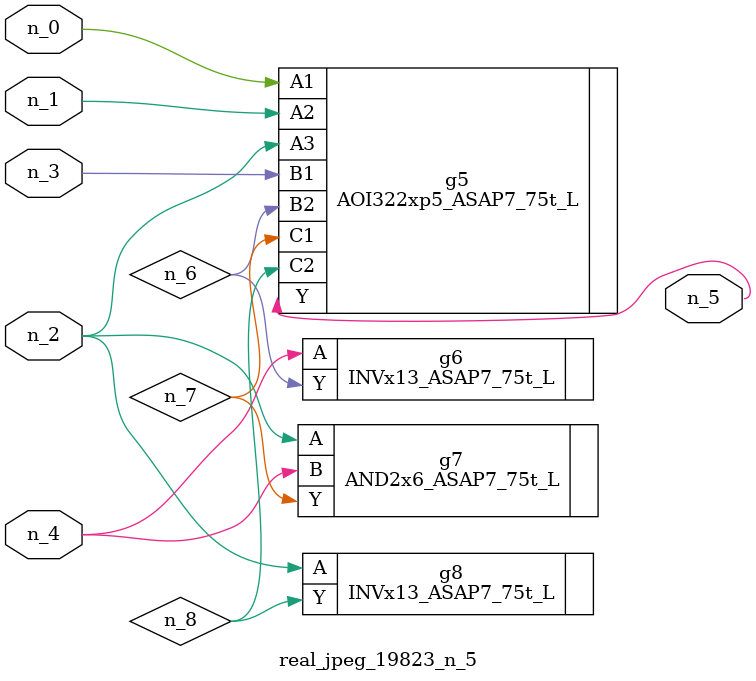
<source format=v>
module real_jpeg_19823_n_5 (n_4, n_0, n_1, n_2, n_3, n_5);

input n_4;
input n_0;
input n_1;
input n_2;
input n_3;

output n_5;

wire n_8;
wire n_6;
wire n_7;

AOI322xp5_ASAP7_75t_L g5 ( 
.A1(n_0),
.A2(n_1),
.A3(n_2),
.B1(n_3),
.B2(n_6),
.C1(n_7),
.C2(n_8),
.Y(n_5)
);

AND2x6_ASAP7_75t_L g7 ( 
.A(n_2),
.B(n_4),
.Y(n_7)
);

INVx13_ASAP7_75t_L g8 ( 
.A(n_2),
.Y(n_8)
);

INVx13_ASAP7_75t_L g6 ( 
.A(n_4),
.Y(n_6)
);


endmodule
</source>
